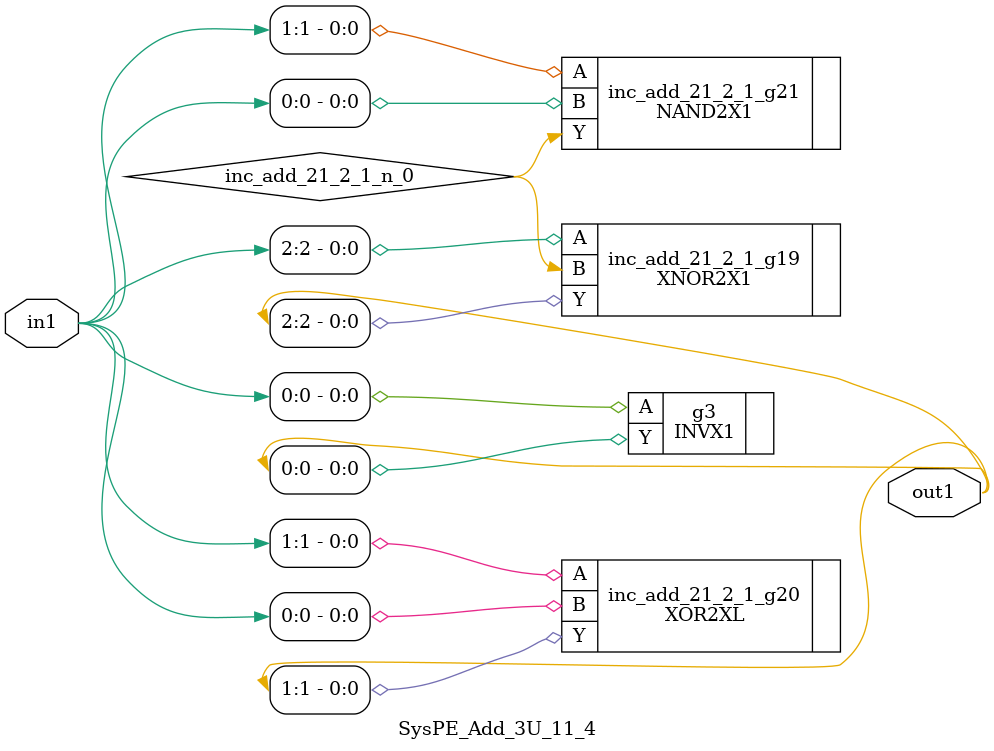
<source format=v>
`timescale 1ps / 1ps


module SysPE_Add_3U_11_4(in1, out1);
  input [2:0] in1;
  output [2:0] out1;
  wire [2:0] in1;
  wire [2:0] out1;
  wire inc_add_21_2_1_n_0;
  INVX1 g3(.A (in1[0]), .Y (out1[0]));
  XNOR2X1 inc_add_21_2_1_g19(.A (in1[2]), .B (inc_add_21_2_1_n_0), .Y
       (out1[2]));
  XOR2XL inc_add_21_2_1_g20(.A (in1[1]), .B (in1[0]), .Y (out1[1]));
  NAND2X1 inc_add_21_2_1_g21(.A (in1[1]), .B (in1[0]), .Y
       (inc_add_21_2_1_n_0));
endmodule



</source>
